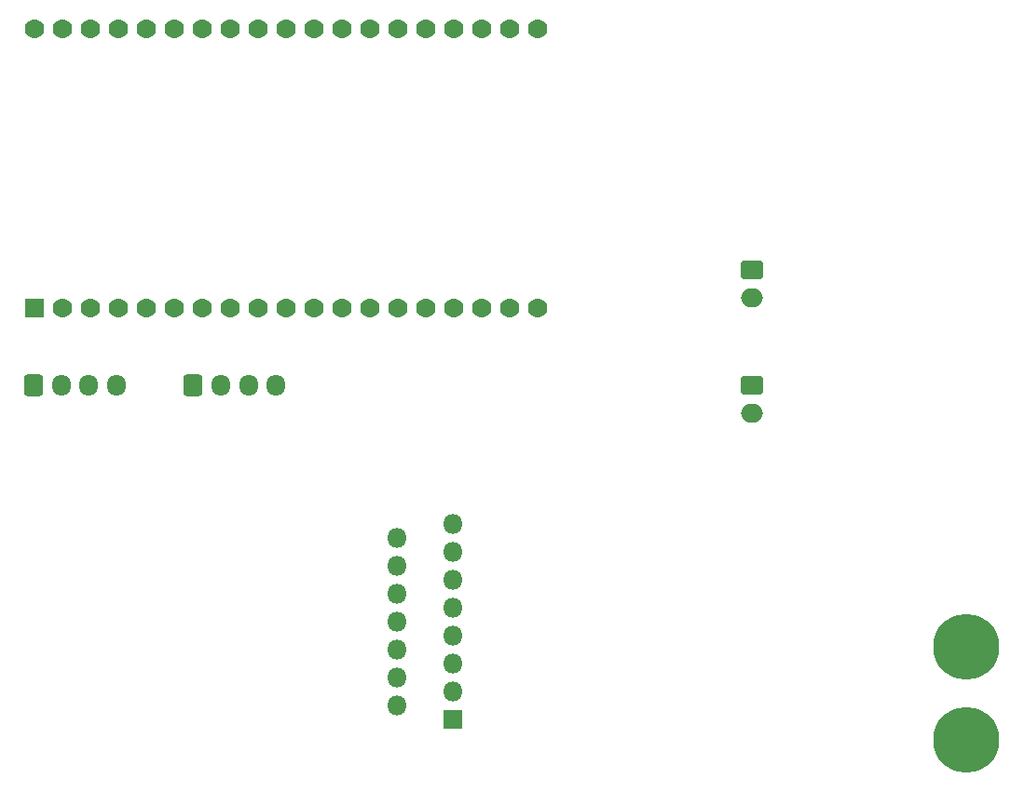
<source format=gbr>
%TF.GenerationSoftware,KiCad,Pcbnew,7.0.8*%
%TF.CreationDate,2024-03-30T19:43:29+07:00*%
%TF.ProjectId,2wd_control_pcbway,3277645f-636f-46e7-9472-6f6c5f706362,rev?*%
%TF.SameCoordinates,Original*%
%TF.FileFunction,Soldermask,Bot*%
%TF.FilePolarity,Negative*%
%FSLAX46Y46*%
G04 Gerber Fmt 4.6, Leading zero omitted, Abs format (unit mm)*
G04 Created by KiCad (PCBNEW 7.0.8) date 2024-03-30 19:43:29*
%MOMM*%
%LPD*%
G01*
G04 APERTURE LIST*
G04 Aperture macros list*
%AMRoundRect*
0 Rectangle with rounded corners*
0 $1 Rounding radius*
0 $2 $3 $4 $5 $6 $7 $8 $9 X,Y pos of 4 corners*
0 Add a 4 corners polygon primitive as box body*
4,1,4,$2,$3,$4,$5,$6,$7,$8,$9,$2,$3,0*
0 Add four circle primitives for the rounded corners*
1,1,$1+$1,$2,$3*
1,1,$1+$1,$4,$5*
1,1,$1+$1,$6,$7*
1,1,$1+$1,$8,$9*
0 Add four rect primitives between the rounded corners*
20,1,$1+$1,$2,$3,$4,$5,0*
20,1,$1+$1,$4,$5,$6,$7,0*
20,1,$1+$1,$6,$7,$8,$9,0*
20,1,$1+$1,$8,$9,$2,$3,0*%
G04 Aperture macros list end*
%ADD10C,6.000000*%
%ADD11RoundRect,0.102000X0.780000X-0.780000X0.780000X0.780000X-0.780000X0.780000X-0.780000X-0.780000X0*%
%ADD12C,1.764000*%
%ADD13R,1.800000X1.800000*%
%ADD14O,1.800000X1.800000*%
%ADD15RoundRect,0.250000X-0.600000X-0.725000X0.600000X-0.725000X0.600000X0.725000X-0.600000X0.725000X0*%
%ADD16O,1.700000X1.950000*%
%ADD17RoundRect,0.250000X-0.750000X0.600000X-0.750000X-0.600000X0.750000X-0.600000X0.750000X0.600000X0*%
%ADD18O,2.000000X1.700000*%
G04 APERTURE END LIST*
D10*
%TO.C,12V1*%
X208000000Y-114250000D03*
%TD*%
D11*
%TO.C,U1*%
X123280000Y-74900000D03*
D12*
X125820000Y-74900000D03*
X128360000Y-74900000D03*
X130900000Y-74900000D03*
X133440000Y-74900000D03*
X135980000Y-74900000D03*
X138520000Y-74900000D03*
X141060000Y-74900000D03*
X143600000Y-74900000D03*
X146140000Y-74900000D03*
X148680000Y-74900000D03*
X151220000Y-74900000D03*
X153760000Y-74900000D03*
X156300000Y-74900000D03*
X158840000Y-74900000D03*
X161380000Y-74900000D03*
X163920000Y-74900000D03*
X166460000Y-74900000D03*
X169000000Y-74900000D03*
X123280000Y-49500000D03*
X125820000Y-49500000D03*
X128360000Y-49500000D03*
X130900000Y-49500000D03*
X133440000Y-49500000D03*
X135980000Y-49500000D03*
X138520000Y-49500000D03*
X141060000Y-49500000D03*
X143600000Y-49500000D03*
X146140000Y-49500000D03*
X148680000Y-49500000D03*
X151220000Y-49500000D03*
X153760000Y-49500000D03*
X156300000Y-49500000D03*
X158840000Y-49500000D03*
X161380000Y-49500000D03*
X163920000Y-49500000D03*
X166460000Y-49500000D03*
X169000000Y-49500000D03*
%TD*%
D13*
%TO.C,U2*%
X161325000Y-112395000D03*
D14*
X156245000Y-111125000D03*
X161325000Y-109855000D03*
X156245000Y-108585000D03*
X161325000Y-107315000D03*
X156245000Y-106045000D03*
X161325000Y-104775000D03*
X156245000Y-103505000D03*
X161325000Y-102235000D03*
X156245000Y-100965000D03*
X161325000Y-99695000D03*
X156245000Y-98425000D03*
X161325000Y-97155000D03*
X156245000Y-95885000D03*
X161325000Y-94615000D03*
%TD*%
D15*
%TO.C,Encoder0*%
X123250000Y-82000000D03*
D16*
X125750000Y-82000000D03*
X128250000Y-82000000D03*
X130750000Y-82000000D03*
%TD*%
D10*
%TO.C,GND1*%
X208000000Y-105750000D03*
%TD*%
D15*
%TO.C,Encoder1*%
X137750000Y-82000000D03*
D16*
X140250000Y-82000000D03*
X142750000Y-82000000D03*
X145250000Y-82000000D03*
%TD*%
D17*
%TO.C,MotorA1*%
X188500000Y-71500000D03*
D18*
X188500000Y-74000000D03*
%TD*%
D17*
%TO.C,MotorB1*%
X188500000Y-82000000D03*
D18*
X188500000Y-84500000D03*
%TD*%
M02*

</source>
